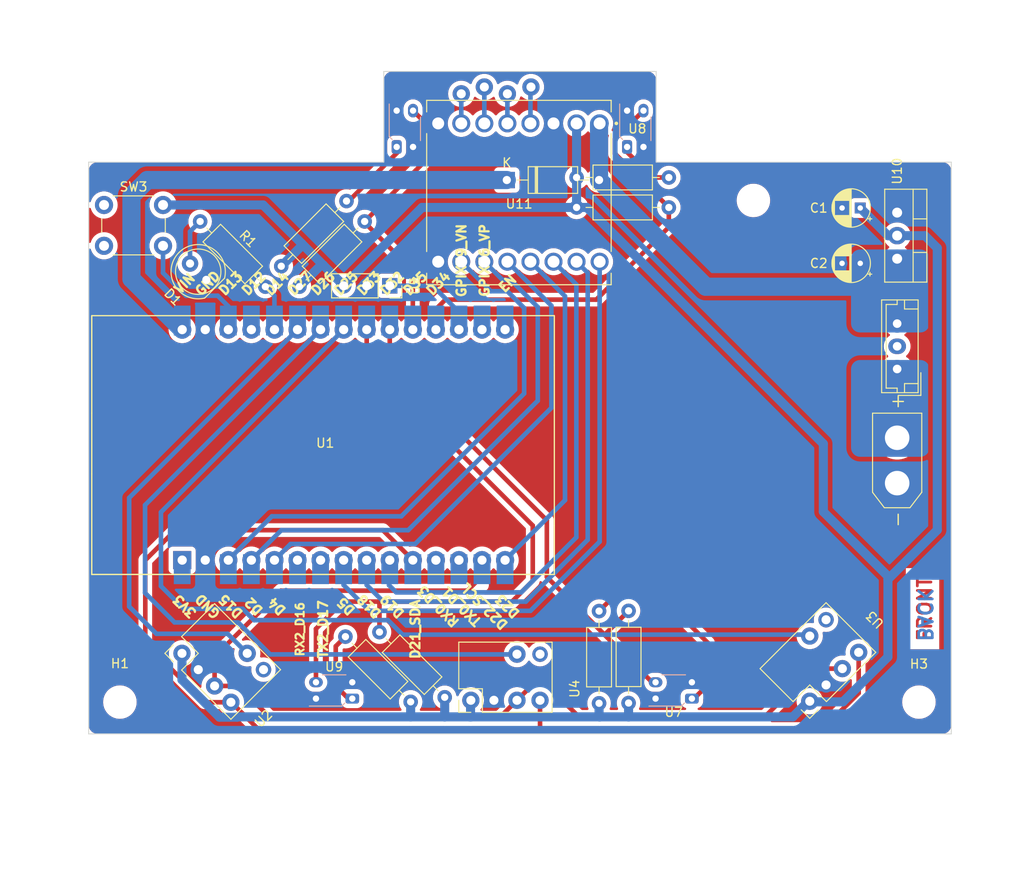
<source format=kicad_pcb>
(kicad_pcb (version 20221018) (generator pcbnew)
  (layers (0 "F.Cu" signal) (31 "B.Cu" signal) (34 "B.Paste" user) (35 "F.Paste" user) (36 "B.SilkS" user "B.Silkscreen") (37 "F.SilkS" user "F.Silkscreen") (38 "B.Mask" user) (39 "F.Mask" user) (44 "Edge.Cuts" user))
  (net 0 "")
  (net 1 "+3V3")
  (net 2 "GND")
  (net 3 "+12V")
  (net 4 "Net-(D1-A)")
  (net 5 "12V IN")
  (net 6 "Net-(D2-K)")
  (net 7 "QRE1113 A")
  (net 8 "Net-(U6-A)")
  (net 9 "QRE1113 B")
  (net 10 "Net-(U8-A)")
  (net 11 "QRE1113 C")
  (net 12 "Net-(U9-A)")
  (net 13 "QRE1113 D")
  (net 14 "IR MODULE")
  (net 15 "SDA")
  (net 16 "SCL")
  (net 17 "MOTOR 2 -")
  (net 18 "MOTOR 2 +")
  (net 19 "MOTOR 1 -")
  (net 20 "MOTOR 1 +")
  (net 21 "PWMA")
  (net 22 "AI2")
  (net 23 "AI1")
  (net 24 "STBY")
  (net 25 "BI1")
  (net 26 "BI2")
  (net 27 "PWMB")
  (net 28 "Net-(U7-A)")
  (net 32 "X-SHUT 1")
  (net 33 "X-SHUT 2")
  (net 34 "X-SHUT 3")
  (net 37 "TEST PROGRAM")
  (net 41 "LED SIGNALISATION")
  (footprint "Button_Switch_THT:SW_PUSH_6mm" (layer "F.Cu") (at 91.72 62.72)
    (fp_text reference "SW3" (at 3.25 -2) (layer "F.SilkS"))
    (fp_text value "SW_Push" hide)
    (pad "1" thru_hole circle (at 0 0 90) (size 2 2) (drill 1.1) (layers "*.Cu" "*.Mask") (net 1 "+3V3"))
    (pad "1" thru_hole circle (at 6.5 0 90) (size 2 2) (drill 1.1) (layers "*.Cu" "*.Mask") (net 1 "+3V3"))
    (pad "2" thru_hole circle (at 0 4.5 90) (size 2 2) (drill 1.1) (layers "*.Cu" "*.Mask") (net 37 "TEST PROGRAM"))
    (pad "2" thru_hole circle (at 6.5 4.5 90) (size 2 2) (drill 1.1) (layers "*.Cu" "*.Mask") (net 37 "TEST PROGRAM"))
  )
  (footprint "Package_TO_SOT_THT:TO-220-3_Vertical" (layer "F.Cu") (at 179.07 63.561 -90)
    (fp_text reference "U10" (at -4.572 0 90) (layer "F.SilkS"))
    (fp_text value "LD1117AV33")
    (pad "1" thru_hole rect (at 0 0 270) (size 1.905 2) (drill 1.1) (layers "*.Cu" "*.Mask") (net 2 "GND"))
    (pad "2" thru_hole oval (at 2.54 0 270) (size 1.905 2) (drill 1.1) (layers "*.Cu" "*.Mask") (net 1 "+3V3"))
    (pad "3" thru_hole oval (at 5.08 0 270) (size 1.905 2) (drill 1.1) (layers "*.Cu" "*.Mask") (net 3 "+12V"))
  )
  (footprint "MountingHole:MountingHole_3.2mm_M3" (layer "F.Cu") (at 181.47 117.5)
    (fp_text reference "H3" (at 0 -4.2) (layer "F.SilkS"))
    (fp_text value "MountingHole M3" hide)
    (pad "" np_thru_hole circle (at 0 0) (size 3.2 3.2) (drill 3.2) (layers "*.Cu" "*.Mask"))
  )
  (footprint "Resistor_THT:R_Axial_DIN0207_L6.3mm_D2.5mm_P10.16mm_Horizontal" (layer "F.Cu") (at 146.24 107.47 -90)
    (fp_text reference "R4" hide)
    (fp_text value "100")
    (pad "1" thru_hole circle (at 0 0 270) (size 1.6 1.6) (drill 0.8) (layers "*.Cu" "*.Mask") (net 28 "Net-(U7-A)"))
    (pad "2" thru_hole oval (at 10.16 0 270) (size 1.6 1.6) (drill 0.8) (layers "*.Cu" "*.Mask") (net 1 "+3V3"))
  )
  (footprint "Resistor_THT:R_Axial_DIN0207_L6.3mm_D2.5mm_P10.16mm_Horizontal" (layer "F.Cu") (at 102.305795 64.535795 -45)
    (fp_text reference "R1" (at 5.08 -2.37 135) (layer "F.SilkS"))
    (fp_text value "75")
    (pad "1" thru_hole circle (at 0 0 315) (size 1.6 1.6) (drill 0.8) (layers "*.Cu" "*.Mask") (net 4 "Net-(D1-A)"))
    (pad "2" thru_hole oval (at 10.16 0 315) (size 1.6 1.6) (drill 0.8) (layers "*.Cu" "*.Mask") (net 41 "LED SIGNALISATION"))
  )
  (footprint "sumec_library:GY-530 VL53L0X" (layer "F.Cu") (at 109.646676 119.672727 45)
    (fp_text reference "U2" (at 0 -0.5 45 unlocked) (layer "F.SilkS"))
    (fp_text value "VL53L0X")
    (pad "1" thru_hole circle (at -1.27 -11.94 45) (size 1.9 1.9) (drill 1) (layers "*.Cu" "*.Mask") (net 1 "+3V3"))
    (pad "2" thru_hole circle (at -1.27 -9.4 45) (size 1.7 1.7) (drill 1) (layers "*.Cu" "*.Mask") (net 2 "GND"))
    (pad "3" thru_hole circle (at -1.27 -6.86 45) (size 1.9 1.9) (drill 1) (layers "*.Cu" "*.Mask") (net 16 "SCL"))
    (pad "4" thru_hole circle (at -1.27 -4.32 45) (size 1.9 1.9) (drill 1) (layers "*.Cu" "*.Mask") (net 15 "SDA"))
    (pad "5" thru_hole circle (at 3.81 -4.32 45) (size 1.7 1.7) (drill 1) (layers "*.Cu" "*.Mask"))
    (pad "6" thru_hole circle (at 3.81 -6.86 45) (size 1.9 1.9) (drill 1) (layers "*.Cu" "*.Mask") (net 32 "X-SHUT 1"))
  )
  (footprint "Resistor_THT:R_Axial_DIN0207_L6.3mm_D2.5mm_P10.16mm_Horizontal" (layer "F.Cu") (at 149.49 117.602 90)
    (fp_text reference "R5" hide)
    (fp_text value "10k")
    (pad "1" thru_hole circle (at 0 0 90) (size 1.6 1.6) (drill 0.8) (layers "*.Cu" "*.Mask") (net 1 "+3V3"))
    (pad "2" thru_hole oval (at 10.16 0 90) (size 1.6 1.6) (drill 0.8) (layers "*.Cu" "*.Mask") (net 9 "QRE1113 B"))
  )
  (footprint "Diode_THT:D_A-405_P10.16mm_Horizontal" (layer "F.Cu") (at 136.08 59.97)
    (fp_text reference "D2" hide)
    (fp_text value "D_Schottky" hide)
    (fp_text user "K" (at 0 -1.9) (layer "F.SilkS"))
    (pad "1" thru_hole rect (at 0 0) (size 1.8 1.8) (drill 0.9) (layers "*.Cu" "*.Mask") (net 6 "Net-(D2-K)"))
    (pad "2" thru_hole oval (at 10.16 0) (size 1.8 1.8) (drill 0.9) (layers "*.Cu" "*.Mask") (net 3 "+12V"))
  )
  (footprint "Resistor_THT:R_Axial_DIN0207_L6.3mm_D2.5mm_P10.16mm_Horizontal" (layer "F.Cu") (at 113.24 71.72 45)
    (fp_text reference "R3" hide)
    (fp_text value "10k")
    (pad "1" thru_hole circle (at 0 0 45) (size 1.6 1.6) (drill 0.8) (layers "*.Cu" "*.Mask") (net 1 "+3V3"))
    (pad "2" thru_hole oval (at 10.16 0 45) (size 1.6 1.6) (drill 0.8) (layers "*.Cu" "*.Mask") (net 7 "QRE1113 A"))
  )
  (footprint "Capacitor_THT:CP_Radial_D4.0mm_P2.00mm" (layer "F.Cu") (at 175.006 69.149 180)
    (fp_text reference "C2" (at 4.572 0) (layer "F.SilkS"))
    (fp_text value "10uF")
    (pad "1" thru_hole rect (at 0 0 180) (size 1.2 1.2) (drill 0.6) (layers "*.Cu" "*.Mask") (net 3 "+12V"))
    (pad "2" thru_hole circle (at 2 0 180) (size 1.2 1.2) (drill 0.6) (layers "*.Cu" "*.Mask") (net 2 "GND"))
  )
  (footprint "MountingHole:MountingHole_3.2mm_M3" (layer "F.Cu") (at 163.24 62.22)
    (fp_text reference "H2" hide)
    (fp_text value "MountingHole M3" hide)
    (pad "" np_thru_hole circle (at 0 0) (size 3.2 3.2) (drill 3.2) (layers "*.Cu" "*.Mask"))
  )
  (footprint "Resistor_THT:R_Axial_DIN0207_L6.3mm_D2.5mm_P10.16mm_Horizontal" (layer "F.Cu") (at 143.764 62.992)
    (fp_text reference "R7" hide)
    (fp_text value "10k")
    (pad "1" thru_hole circle (at 0 0) (size 1.6 1.6) (drill 0.8) (layers "*.Cu" "*.Mask") (net 1 "+3V3"))
    (pad "2" thru_hole oval (at 10.16 0) (size 1.6 1.6) (drill 0.8) (layers "*.Cu" "*.Mask") (net 11 "QRE1113 C"))
  )
  (footprint "LED_THT:LED_D5.0mm" (layer "F.Cu") (at 102.99 70.97 135)
    (fp_text reference "D1" (at 1.27 -3.96 135) (layer "F.SilkS"))
    (fp_text value "RLED")
    (pad "1" thru_hole circle (at 0 0 135) (size 1.8 1.8) (drill 0.9) (layers "*.Cu" "*.Mask") (net 2 "GND"))
    (pad "2" thru_hole circle (at 2.54 0 135) (size 1.8 1.8) (drill 0.9) (layers "*.Cu" "*.Mask") (net 4 "Net-(D1-A)"))
  )
  (footprint "sumec_library:ROB-14450 - TB6612FNG (MOTOR DRIVER)" (layer "F.Cu") (at 137.414 61.35 -90)
    (fp_text reference "U11" (at 1.25 -0.03) (layer "F.SilkS"))
    (fp_text value "ROB-14450")
    (pad "1" thru_hole circle (at -7.62 -8.89 270) (size 1.98 1.98) (drill 1.32) (layers "*.Cu" "*.Mask") (net 3 "+12V"))
    (pad "2" thru_hole circle (at -7.62 -6.35 270) (size 1.98 1.98) (drill 1.32) (layers "*.Cu" "*.Mask") (net 1 "+3V3"))
    (pad "3" thru_hole circle (at -7.62 -3.81 270) (size 1.98 1.98) (drill 1.32) (layers "*.Cu" "*.Mask") (net 2 "GND"))
    (pad "4" thru_hole circle (at -7.62 -1.27 270) (size 1.98 1.98) (drill 1.32) (layers "*.Cu" "*.Mask") (net 20 "MOTOR 1 +"))
    (pad "5" thru_hole circle (at -7.62 1.27 270) (size 1.98 1.98) (drill 1.32) (layers "*.Cu" "*.Mask") (net 19 "MOTOR 1 -"))
    (pad "6" thru_hole circle (at -7.62 3.81 270) (size 1.98 1.98) (drill 1.32) (layers "*.Cu" "*.Mask") (net 18 "MOTOR 2 +"))
    (pad "7" thru_hole circle (at -7.62 6.35 270) (size 1.98 1.98) (drill 1.32) (layers "*.Cu" "*.Mask") (net 17 "MOTOR 2 -"))
    (pad "8" thru_hole circle (at -7.62 8.89 270) (size 1.98 1.98) (drill 1.32) (layers "*.Cu" "*.Mask") (net 2 "GND"))
    (pad "9" thru_hole circle (at 7.62 8.89 270) (size 1.98 1.98) (drill 1.32) (layers "*.Cu" "*.Mask") (net 2 "GND"))
    (pad "10" thru_hole circle (at 7.62 6.35 270) (size 1.98 1.98) (drill 1.32) (layers "*.Cu" "*.Mask") (net 27 "PWMB"))
    (pad "11" thru_hole circle (at 7.62 3.81 270) (size 1.98 1.98) (drill 1.32) (layers "*.Cu" "*.Mask") (net 26 "BI2"))
    (pad "12" thru_hole circle (at 7.62 1.27 270) (size 1.98 1.98) (drill 1.32) (layers "*.Cu" "*.Mask") (net 25 "BI1"))
    (pad "13" thru_hole circle (at 7.62 -1.27 270) (size 1.98 1.98) (drill 1.32) (layers "*.Cu" "*.Mask") (net 24 "STBY"))
    (pad "14" thru_hole circle (at 7.62 -3.81 270) (size 1.98 1.98) (drill 1.32) (layers "*.Cu" "*.Mask") (net 23 "AI1"))
    (pad "15" thru_hole circle (at 7.62 -6.35 270) (size 1.98 1.98) (drill 1.32) (layers "*.Cu" "*.Mask") (net 22 "AI2"))
    (pad "16" thru_hole circle (at 7.62 -8.89 270) (size 1.98 1.98) (drill 1.32) (layers "*.Cu" "*.Mask") (net 21 "PWMA"))
  )
  (footprint "Resistor_THT:R_Axial_DIN0207_L6.3mm_D2.5mm_P10.16mm_Horizontal" (layer "F.Cu") (at 118.305795 110.285795 -45)
    (fp_text reference "R8" hide)
    (fp_text value "100")
    (pad "1" thru_hole circle (at 0 0 315) (size 1.6 1.6) (drill 0.8) (layers "*.Cu" "*.Mask") (net 12 "Net-(U9-A)"))
    (pad "2" thru_hole oval (at 10.16 0 315) (size 1.6 1.6) (drill 0.8) (layers "*.Cu" "*.Mask") (net 1 "+3V3"))
  )
  (footprint "Capacitor_THT:CP_Radial_D4.0mm_P2.00mm" (layer "F.Cu") (at 175.006 63.053 180)
    (fp_text reference "C1" (at 4.572 0) (layer "F.SilkS"))
    (fp_text value "10uF")
    (pad "1" thru_hole rect (at 0 0 180) (size 1.2 1.2) (drill 0.6) (layers "*.Cu" "*.Mask") (net 1 "+3V3"))
    (pad "2" thru_hole circle (at 2 0 180) (size 1.2 1.2) (drill 0.6) (layers "*.Cu" "*.Mask") (net 2 "GND"))
  )
  (footprint "Resistor_THT:R_Axial_DIN0207_L6.3mm_D2.5mm_P10.16mm_Horizontal" (layer "F.Cu") (at 118.424205 62.285795 -135)
    (fp_text reference "R2" hide)
    (fp_text value "100")
    (pad "1" thru_hole circle (at 0 0 225) (size 1.6 1.6) (drill 0.8) (layers "*.Cu" "*.Mask") (net 8 "Net-(U6-A)"))
    (pad "2" thru_hole oval (at 10.16 0 225) (size 1.6 1.6) (drill 0.8) (layers "*.Cu" "*.Mask") (net 1 "+3V3"))
  )
  (footprint "Connector_JST:JST_EH_B3B-EH-A_1x03_P2.50mm_Vertical" (layer "F.Cu") (at 179.07 80.793 90)
    (fp_text reference "SW1" hide)
    (fp_text value "SW_SPDT" hide)
    (pad "1" thru_hole roundrect (at 0 0 90) (size 1.7 1.95) (drill 0.95) (layers "*.Cu" "*.Mask") (roundrect_rratio 0.147059) (net 5 "12V IN"))
    (pad "2" thru_hole oval (at 2.5 0 90) (size 1.7 1.95) (drill 0.95) (layers "*.Cu" "*.Mask"))
    (pad "3" thru_hole oval (at 5 0 90) (size 1.7 1.95) (drill 0.95) (layers "*.Cu" "*.Mask") (net 3 "+12V"))
  )
  (footprint "Connector_PinSocket_2.54mm:PinSocket_1x03_P2.54mm_Vertical" (layer "F.Cu") (at 123.19 71.628 -90)
    (fp_text reference "U5" (at 0 -2.77 90) (layer "F.SilkS"))
    (fp_text value "TSOP382xx")
    (pad "1" thru_hole rect (at 0 0 270) (size 1.7 1.7) (drill 1) (layers "*.Cu" "*.Mask") (net 14 "IR MODULE"))
    (pad "2" thru_hole oval (at 0 2.54 270) (size 1.7 1.7) (drill 1) (layers "*.Cu" "*.Mask") (net 2 "GND"))
    (pad "3" thru_hole oval (at 0 5.08 270) (size 1.7 1.7) (drill 1) (layers "*.Cu" "*.Mask") (net 1 "+3V3"))
  )
  (footprint "sumec_library:GY-530 VL53L0X" (layer "F.Cu") (at 144.06 116.03 90)
    (fp_text reference "U4" (at 0 -0.5 90 unlocked) (layer "F.SilkS"))
    (fp_text value "VL53L0X")
    (pad "1" thru_hole circle (at -1.27 -11.94 90) (size 1.9 1.9) (drill 1) (layers "*.Cu" "*.Mask") (net 1 "+3V3"))
    (pad "2" thru_hole circle (at -1.27 -9.4 90) (size 1.7 1.7) (drill 1) (layers "*.Cu" "*.Mask") (net 2 "GND"))
    (pad "3" thru_hole circle (at -1.27 -6.86 90) (size 1.9 1.9) (drill 1) (layers "*.Cu" "*.Mask") (net 16 "SCL"))
    (pad "4" thru_hole circle (at -1.27 -4.32 90) (size 1.9 1.9) (drill 1) (layers "*.Cu" "*.Mask") (net 15 "SDA"))
    (pad "5" thru_hole circle (at 3.81 -4.32 90) (size 1.7 1.7) (drill 1) (layers "*.Cu" "*.Mask"))
    (pad "6" thru_hole circle (at 3.81 -6.86 90) (size 1.9 1.9) (drill 1) (layers "*.Cu" "*.Mask") (net 34 "X-SHUT 3"))
  )
  (footprint "sumec_library:MODULE_ESP32_DEVKIT_V1 B_Cu - PADS and no mount holes" (layer "F.Cu") (at 115.845 89.154 90)
    (fp_text reference "U1" (at 0.2 0.235 180) (layer "F.SilkS"))
    (fp_text value "ESP32-DEVKIT-V1" hide)
    (fp_text user "D25" (at 17.78 2.54 45 unlocked) (layer "F.SilkS") (effects (font (thickness 0.25) bold)))
    (fp_text user "VIN" (at 17.78 -15.24 45 unlocked) (layer "F.SilkS") (effects (font (thickness 0.25) bold)))
    (fp_text user "D19" (at -17.78 7.62 135 unlocked) (layer "F.SilkS") (effects (font (thickness 0.25) bold)))
    (fp_text user "3V3" (at -17.78 -15.24 135 unlocked) (layer "F.SilkS") (effects (font (thickness 0.25) bold)))
    (fp_text user "D34" (at 17.78 12.7 45 unlocked) (layer "F.SilkS") (effects (font (thickness 0.25) bold)))
    (fp_text user "D12" (at 17.78 -7.62 45 unlocked) (layer "F.SilkS") (effects (font (thickness 0.25) bold)))
    (fp_text user "D23" (at -17.78 20.32 135 unlocked) (layer "F.SilkS") (effects (font (thickness 0.25) bold)))
    (fp_text user "GPIX39_VN" (at 20.32 15.24 90 unlocked) (layer "F.SilkS") (effects (font (thickness 0.25) bold)))
    (fp_text user "GPIX36_VP" (at 20.32 17.78 90 unlocked) (layer "F.SilkS") (effects (font (thickness 0.25) bold)))
    (fp_text user "D27" (at 17.78 -2.54 45 unlocked) (layer "F.SilkS") (effects (font (thickness 0.25) bold)))
    (fp_text user "GND" (at -17.78 -12.7 135 unlocked) (layer "F.SilkS") (effects (font (thickness 0.25) bold)))
    (fp_text user "RX2_D16" (at -20.32 -2.54 90 unlocked) (layer "F.SilkS") (effects (font (size 0.9 0.9) (thickness 0.225) bold)))
    (fp_text user "D2" (at -17.78 -7.62 135 unlocked) (layer "F.SilkS") (effects (font (thickness 0.25) bold)))
    (fp_text user "D5" (at -17.78 2.54 135 unlocked) (layer "F.SilkS") (effects (font (thickness 0.25) bold)))
    (fp_text user "RX0_D3" (at -17.78 12.7 135 unlocked) (layer "F.SilkS") (effects (font (thickness 0.25) bold)))
    (fp_text user "D21_SDA" (at -20.32 10.16 90 unlocked) (layer "F.SilkS") (effects (font (thickness 0.25) bold)))
    (fp_text user "D22_SCL" (at -17.78 17.78 135 unlocked) (layer "F.SilkS") (effects (font (thickness 0.25) bold)))
    (fp_text user "D13" (at 17.78 -10.16 45 unlocked) (layer "F.SilkS") (effects (font (thickness 0.25) bold)))
    (fp_text user "D35" (at 17.78 10.16 45 unlocked) (layer "F.SilkS") (effects (font (thickness 0.25) bold)))
    (fp_text user "D14" (at 17.78 -5.08 45 unlocked) (layer "F.SilkS") (effects (font (thickness 0.25) bold)))
    (fp_text user "D26" (at 17.78 0 45 unlocked) (layer "F.SilkS") (effects (font (thickness 0.25) bold)))
    (fp_text user "TX0_D1" (at -17.78 15.24 135 unlocked) (layer "F.SilkS") (effects (font (thickness 0.25) bold)))
    (fp_text user "D15" (at -17.78 -10.16 135 unlocked) (layer "F.SilkS") (effects (font (thickness 0.25) bold)))
    (fp_text user "GND" (at 17.78 -12.7 45 unlocked) (layer "F.SilkS") (effects (font (thickness 0.25) bold)))
    (fp_text user "D4" (at -17.78 -5.08 135 unlocked) (layer "F.SilkS") (effects (font (thickness 0.25) bold)))
    (fp_text user "EN" (at 17.78 20.32 45 unlocked) (layer "F.SilkS") (effects (font (thickness 0.25) bold)))
    (fp_text user "D18" (at -17.78 5.08 135 unlocked) (layer "F.SilkS") (effects (font (thickness 0.25) bold)))
    (fp_text user "TX2_D17" (at -20.32 0 90 unlocked) (layer "F.SilkS") (effects (font (thickness 0.25) bold)))
    (fp_text user "D32" (at 17.78 7.62 45 unlocked) (layer "F.SilkS") (effects (font (thickness 0.25) bold)))
    (fp_text user "D33" (at 17.78 5.08 45 unlocked) (layer "F.SilkS") (effects (font (thickness 0.25) bold)))
    (pad "1" smd rect (at -13.7 -15.515 90) (size 3.29 1.85) (layers "B.Cu" "F.Mask"))
    (pad "1" thru_hole rect (at -12.7 -15.515 90) (size 2 2) (drill 1.02) (layers "*.Cu" "*.Mask"))
    (pad "2" smd rect (at -13.7 -12.975 90) (size 3.29 1.85) (layers "B.Cu" "F.Mask") (net 2 "GND"))
    (pad "2" thru_hole circle (at -12.7 -12.975 90) (size 2 2) (drill 1.02) (layers "*.Cu" "*.Mask") (net 2 "GND"))
    (pad "3" smd rect (at -13.7 -10.435 90) (size 3.29 1.85) (layers "B.Cu" "F.Mask") (net 27 "PWMB"))
    (pad "3" thru_hole circle (at -12.7 -10.435 90) (size 2 2) (drill 1.02) (layers "*.Cu" "*.Mask") (net 27 "PWMB"))
    (pad "4" smd rect (at -13.7 -7.895 90) (size 3.29 1.85) (layers "B.Cu" "F.Mask") (net 26 "BI2"))
    (pad "4" thru_hole circle (at -12.7 -7.895 90) (size 2 2) (drill 1.02) (layers "*.Cu" "*.Mask") (net 26 "BI2"))
    (pad "5" smd rect (at -13.7 -5.355 90) (size 3.29 1.85) (layers "B.Cu" "F.Mask") (net 25 "BI1"))
    (pad "5" thru_hole circle (at -12.7 -5.355 90) (size 2 2) (drill 1.02) (layers "*.Cu" "*.Mask") (net 25 "BI1"))
    (pad "6" smd rect (at -13.7 -2.815 90) (size 3.29 1.85) (layers "B.Cu" "F.Mask"))
    (pad "6" thru_hole circle (at -12.7 -2.815 90) (size 2 2) (drill 1.02) (layers "*.Cu" "*.Mask"))
    (pad "7" smd rect (at -13.7 -0.275 90) (size 3.29 1.85) (layers "B.Cu" "F.Mask"))
    (pad "7" thru_hole circle (at -12.7 -0.275 90) (size 2 2) (drill 1.02) (layers "*.Cu" "*.Mask"))
    (pad "8" smd rect (at -13.7 2.265 90) (size 3.29 1.85) (layers "B.Cu" "F.Mask") (net 21 "PWMA"))
    (pad "8" thru_hole circle (at -12.7 2.265 90) (size 2 2) (drill 1.02) (layers "*.Cu" "*.Mask") (net 21 "PWMA"))
    (pad "9" smd rect (at -13.7 4.805 90) (size 3.29 1.85) (layers "B.Cu" "F.Mask") (net 22 "AI2"))
    (pad "9" thru_hole circle (at -12.7 4.805 90) (size 2 2) (drill 1.02) (layers "*.Cu" "*.Mask") (net 22 "AI2"))
    (pad "10" smd rect (at -13.7 7.345 90) (size 3.29 1.85) (layers "B.Cu" "F.Mask") (net 23 "AI1"))
    (pad "10" thru_hole circle (at -12.7 7.345 90) (size 2 2) (drill 1.02) (layers "*.Cu" "*.Mask") (net 23 "AI1"))
    (pad "11" smd rect (at -13.7 9.885 90) (size 3.29 1.85) (layers "B.Cu" "F.Mask") (net 15 "SDA"))
    (pad "11" thru_hole circle (at -12.7 9.885 90) (size 2 2) (drill 1) (layers "*.Cu" "*.Mask") (net 15 "SDA"))
    (pad "12" smd rect (at -13.7 12.425 90) (size 3.29 1.85) (layers "B.Cu" "F.Mask"))
    (pad "12" thru_hole circle (at -12.7 12.425 90) (size 2 2) (drill 1.02) (layers "*.Cu" "*.Mask"))
    (pad "13" smd rect (at -13.7 14.965 90) (size 3.29 1.85) (layers "B.Cu" "F.Mask"))
    (pad "13" thru_hole circle (at -12.7 14.965 90) (size 2 2) (drill 1.02) (layers "*.Cu" "*.Mask"))
    (pad "14" smd rect (at -13.7 17.505 90) (size 3.29 1.85) (layers "B.Cu" "F.Mask") (net 16 "SCL"))
    (pad "14" thru_hole circle (at -12.7 17.505 90) (size 2 2) (drill 1) (layers "*.Cu" "*.Mask") (net 16 "SCL"))
    (pad "15" smd rect (at -13.7 20.045 90) (size 3.29 1.85) (layers "B.Cu" "F.Mask") (net 24 "STBY"))
    (pad "15" thru_hole circle (at -12.7 20.045 90) (size 2 2) (drill 1.02) (layers "*.Cu" "*.Mask") (net 24 "STBY"))
    (pad "16" thru_hole circle (at 12.7 20.045 90) (size 2 2) (drill 1.02) (layers "*.Cu" "*.Mask"))
    (pad "16" smd rect (at 13.7 20.045 90) (size 3.29 1.85) (layers "B.Cu" "F.Mask"))
    (pad "17" thru_hole circle (at 12.7 17.505 90) (size 2 2) (drill 1.02) (layers "*.Cu" "*.Mask"))
    (pad "17" smd rect (at 13.7 17.505 90) (size 3.29 1.85) (layers "B.Cu" "F.Mask"))
    (pad "18" thru_hole circle (at 12.7 14.965 90) (size 2 2) (drill 1.02) (layers "*.Cu" "*.Mask") (net 14 "IR MODULE"))
    (pad "18" smd rect (at 13.7 14.965 90) (size 3.29 1.85) (layers "B.Cu" "F.Mask") (net 14 "IR MODULE"))
    (pad "19" thru_hole circle (at 12.7 12.425 90) (size 2 2) (drill 1) (layers "*.Cu" "*.Mask") (net 11 "QRE1113 C"))
    (pad "19" smd rect (at 13.7 12.425 90) (size 3.29 1.85) (layers "B.Cu" "F.Mask") (net 11 "QRE1113 C"))
    (pad "20" thru_hole circle (at 12.7 9.885 90) (size 2 2) (drill 1) (layers "*.Cu" "*.Mask") (net 7 "QRE1113 A"))
    (pad "20" smd rect (at 13.7 9.885 90) (size 3.29 1.85) (layers "B.Cu" "F.Mask") (net 7 "QRE1113 A"))
    (pad "21" thru_hole circle (at 12.7 7.345 90) (size 2 2) (drill 1) (layers "*.Cu" "*.Mask") (net 9 "QRE1113 B"))
    (pad "21" smd rect (at 13.7 7.345 90) (size 3.29 1.85) (layers "B.Cu" "F.Mask") (net 9 "QRE1113 B"))
    (pad "22" thru_hole circle (at 12.7 4.805 90) (size 2 2) (drill 1) (layers "*.Cu" "*.Mask") (net 13 "QRE1113 D"))
    (pad "22" smd rect (at 13.7 4.805 90) (size 3.29 1.85) (layers "B.Cu" "F.Mask") (net 13 "QRE1113 D"))
    (pad "23" thru_hole circle (at 12.7 2.265 90) (size 2 2) (drill 1.02) (layers "*.Cu" "*.Mask") (net 33 "X-SHUT 2"))
    (pad "23" smd rect (at 13.7 2.265 90) (size 3.29 1.85) (layers "B.Cu" "F.Mask") (net 33 "X-SHUT 2"))
    (pad "24" thru_hole circle (at 12.7 -0.275 90) (size 2 2) (drill 1.02) (layers "*.Cu" "*.Mask") (net 34 "X-SHUT 3"))
    (pad "24" smd rect (at 13.7 -0.275 90) (size 3.29 1.85) (layers "B.Cu" "F.Mask") (net 34 "X-SHUT 3"))
    (pad "25" thru_hole circle (at 12.7 -2.815 90) (size 2 2) (drill 1.02) (layers "*.Cu" "*.Mask") (net 32 "X-SHUT 1"))
    (pad "25" smd rect (at 13.7 -2.815 90) (size 3.29 1.85) (layers "B.Cu" "F.Mask") (net 32 "X-SHUT 1"))
    (pad "26" thru_hole circle (at 12.7 -5.355 90) (size 2 2) (drill 1.02) (layers "*.Cu" "*.Mask") (net 41 "LED SIGNALISATION"))
    (pad "26" smd rect (at 13.7 -5.355 90) (size 3.29 1.85) (layers "B.Cu" "F.Mask") (net 41 "LED SIGNALISATION"))
    (pad "27" thru_hole circle (at 12.7 -7.895 90) (size 2 2) (drill 1.02) (layers "*.Cu" "*.Mask"))
    (pad "27" smd rect (at 13.7 -7.895 90) (size 3.29 1.85) (layers "B.Cu" "F.Mask"))
    (pad "28" thru_hole circle (at 12.7 -10.435 90) (size 2 2) (drill 1.02) (layers "*.Cu" "*.Mask") (net 37 "TEST PROGRAM"))
    (pad "28" smd rect (at 13.7 -10.435 90) (size 3.29 1.85) (layers "B.Cu" "F.Mask") (net 37 "TEST PROGRAM"))
    (pad "29" thru_hole circle (at 12.7 -12.975 90) (size 2 2) (drill 1.02) (layers "*.Cu" "*.Mask") (net 2 "GND"))
    (pad "29" smd rect (at 13.7 -12.975 90) (size 3.29 1.85) (layers "B.Cu" "F.Mask") (net 2 "GND"))
    (pad "30" thru_hole circle (at 12.7 -15.515 90) (size 2 2) (drill 1.02) (layers "*.Cu" "*.Mask") (net 6 "Net-(D2-K)"))
    (pad "30" smd rect (at 13.7 -15.515 90) (size 3.29 1.85) (layers "B.Cu" "F.Mask") (net 6 "Net-(D2-K)"))
  )
  (footprint "MountingHole:MountingHole_3.2mm_M3" (layer "F.Cu") (at 93.47 117.5)
    (fp_text reference "H1" (at 0 -4.25) (layer "F.SilkS"))
    (fp_text value "MountingHole M3" hide)
    (pad "" np_thru_hole circle (at 0 0) (size 3.2 3.2) (drill 3.2) (layers "*.Cu" "*.Mask"))
  )
  (footprint "sumec_library:GY-530 VL53L0X" (layer "F.Cu") (at 176.988778 108.063324 135)
    (fp_text reference "U3" (at 0 -0.5 135 unlocked) (layer "F.SilkS"))
    (fp_text value "VL53L0X")
    (pad "1" thru_hole circle (at -1.27 -11.94 135) (size 1.9 1.9) (drill 1) (layers "*.Cu" "*.Mask") (net 1 "+3V3"))
    (pad "2" thru_hole circle (at -1.27 -9.4 135) (size 1.7 1.7) (drill 1) (layers "*.Cu" "*.Mask") (net 2 "GND"))
    (pad "3" thru_hole circle (at -1.27 -6.86 135) (size 1.9 1.9) (drill 1) (layers "*.Cu" "*.Mask") (net 16 "SCL"))
    (pad "4" thru_hole circle (at -1.27 -4.32 135) (size 1.9 1.9) (drill 1) (layers "*.Cu" "*.Mask") (net 15 "SDA"))
    (pad "5" thru_hole circle (at 3.81 -4.32 135) (size 1.7 1.7) (drill 1) (layers "*.Cu" "*.Mask"))
    (pad "6" thru_hole circle (at 3.81 -6.86 135) (size 1.9 1.9) (drill 1) (layers "*.Cu" "*.Mask") (net 33 "X-SHUT 2"))
  )
  (footprint "Resistor_THT:R_Axial_DIN0207_L6.3mm_D2.5mm_P10.16mm_Horizontal" (layer "F.Cu") (at 153.924 59.69 180)
    (fp_text reference "R6" hide)
    (fp_text value "100")
    (pad "1" thru_hole circle (at 0 0 180) (size 1.6 1.6) (drill 0.8) (layers "*.Cu" "*.Mask") (net 10 "Net-(U8-A)"))
    (pad "2" thru_hole oval (at 10.16 0 180) (size 1.6 1.6) (drill 0.8) (layers "*.Cu" "*.Mask") (net 1 "+3V3"))
  )
  (footprint "sumec_library:AMASS_XT30U-M_1x02_P5.0mm_Vertical" (layer "F.Cu") (at 179.07 93.371 90)
    (fp_text reference "IC1" hide)
    (fp_text value "XT30U-F")
    (fp_text user "+" (at 9 0 90) (layer "F.SilkS") (effects (font (size 1.5 1.5))))
    (fp_text user "-" (at -4 0 90) (layer "F.SilkS") (effects (font (size 1.5 1.5))))
    (pad "1" thru_hole rect (at 0 0 90) (size 3.8 3.8) (drill 2.7) (layers "*.Cu" "*.Mask") (net 2 "GND"))
    (pad "2" thru_hole circle (at 5 0 90) (size 3.8 3.8) (drill 2.7) (layers "*.Cu" "*.Mask") (net 5 "12V IN"))
  )
  (footprint "Resistor_THT:R_Axial_DIN0207_L6.3mm_D2.5mm_P10.16mm_Horizontal" (layer "F.Cu") (at 129.24 116.97 135)
    (fp_text reference "R9" hide)
    (fp_text value "10k")
    (pad "1" thru_hole circle (at 0 0 135) (size 1.6 1.6) (drill 0.8) (layers "*.Cu" "*.Mask") (net 1 "+3V3"))
    (pad "2" thru_hole circle (at 10.16 0 135) (size 1.6 1.6) (drill 0.8) (layers "*.Cu" "*.Mask") (net 13 "QRE1113 D"))
  )
  (footprint "sumec_library:OnSemi_CASE100AQ - QRE1113" (layer "B.Cu") (at 156.464 117.116 90)
    (fp_text reference "U7" (at -1.5 -2) (layer "F.SilkS"))
    (fp_text value "QRE1113" hide)
    (pad "1" thru_hole roundrect (at 0 0 90) (size 1.1 1.5) (drill 0.7) (layers "*.Cu" "*.Mask") (net 28 "Net-(U7-A)"))
    (pad "2" thru_hole oval (at 0 -4 90) (size 1.1 1.5) (drill 0.7) (layers "*.Cu" "*.Mask") (net 2 "GND"))
    (pad "3" thru_hole oval (at 1.8 -4 90) (size 1.1 1.5) (drill 0.7) (layers "*.Cu" "*.Mask") (net 9 "QRE1113 B"))
    (pad "4" thru_hole oval (at 1.8 0 90) (size 1.1 1.5) (drill 0.7) (layers "*.Cu" "*.Mask") (net 2 "GND"))
  )
  (footprint "sumec_library:OnSemi_CASE100AQ - QRE1113" (layer "B.Cu") (at 123.952 56.324)
    (fp_text reference "U6" hide)
    (fp_text value "QRE1113" hide)
    (pad "1" thru_hole roundrect (at 0 0) (size 1.1 1.5) (drill 0.7) (layers "*.Cu" "*.Mask") (net 8 "Net-(U6-A)"))
    (pad "2" thru_hole oval (at 0 -4) (size 1.1 1.5) (drill 0.7) (layers "*.Cu" "*.Mask") (net 2 "GND"))
    (pad "3" thru_hole oval (at 1.8 -4) (size 1.1 1.5) (drill 0.7) (layers "*.Cu" "*.Mask") (net 7 "QRE1113 A"))
    (pad "4" thru_hole oval (at 1.8 0) (size 1.1 1.5) (drill 0.7) (layers "*.Cu" "*.Mask") (net 2 "GND"))
  )
  (footprint "sumec_library:OnSemi_CASE100AQ - QRE1113" (layer "B.Cu") (at 119.062 117.116 90)
    (fp_text reference "U9" (at 3.5 -2 -180) (layer "F.SilkS"))
    (fp_text value "QRE1113" hide)
    (pad "1" thru_hole roundrect (at 0 0 90) (size 1.1 1.5) (drill 0.7) (layers "*.Cu" "*.Mask") (net 12 "Net-(U9-A)"))
    (pad "2" thru_hole oval (at 0 -4 90) (size 1.1 1.5) (drill 0.7) (layers "*.Cu" "*.Mask") (net 2 "GND"))
    (pad "3" thru_hole oval (at 1.8 -4 90) (size 1.1 1.5) (drill 0.7) (layers "*.Cu" "*.Mask") (net 13 "QRE1113 D"))
    (pad "4" thru_hole oval (at 1.8 0 90) (size 1.1 1.5) (drill 0.7) (layers "*.Cu" "*.Mask") (net 2 "GND"))
  )
  (footprint "sumec_library:OnSemi_CASE100AQ - QRE1113" (layer "B.Cu") (at 149.33 56.324)
    (fp_text reference "U8" (at 1.12 -2) (layer "F.SilkS"))
    (fp_text value "QRE1113" hide)
    (pad "1" thru_hole roundrect (at 0 0) (size 1.1 1.5) (drill 0.7) (layers "*.Cu" "*.Mask") (net 10 "Net-(U8-A)"))
    (pad "2" thru_hole oval (at 0 -4) (size 1.1 1.5) (drill 0.7) (layers "*.Cu" "*.Mask") (net 2 "GND"))
    (pad "3" thru_hole oval (at 1.8 -4) (size 1.1 1.5) (drill 0.7) (layers "*.Cu" "*.Mask") (net 11 "QRE1113 C"))
    (pad "4" thru_hole oval (at 1.8 0) (size 1.1 1.5) (drill 0.7) (layers "*.Cu" "*.Mask") (net 2 "GND"))
  )
  (gr_line (start 137.53 48) (end 152.53 48) (stroke (width 0.1)) (layer "Edge.Cuts"))
  (gr_line (start 90.03 121) (end 90.03 58) (stroke (width 0.1)) (layer "Edge.Cuts"))
  (gr_line (start 90.03 121) (end 185.03 121) (stroke (width 0.1)) (layer "Edge.Cuts"))
  (gr_line (start 185.03 121) (end 185.03 58) (stroke (width 0.1)) (layer "Edge.Cuts"))
  (gr_line (start 152.53 58) (end 185.03 58) (stroke (width 0.1)) (layer "Edge.Cuts"))
  (gr_line (start 152.53 48) (end 152.53 58) (stroke (width 0.1)) (layer "Edge.Cuts"))
  (gr_line (start 122.53 48) (end 122.53 58) (stroke (width 0.1)) (layer "Edge.Cuts"))
  (gr_line (start 122.53 58) (end 90.03 58) (stroke (width 0.1)) (layer "Edge.Cuts"))
  (gr_line (start 137.53 48) (end 122.53 48) (stroke (width 0.1)) (layer "Edge.Cuts"))
  (gr_text "FRONT" (at 182.99 110.97 90) (layer "F.Cu") (effects (font (size 1.5 1.5) (thickness 0.3) bold) (justify left bottom)))
  (gr_text "BACK" (at 181.24 110.97 -90) (layer "B.Cu") (effects (font (size 1.5 1.5) (thickness 0.3) bold) (justify left bottom mirror)))
  (segment (start 109.24 62.72) (end 98.22 62.72) (width 1) (layer "B.Cu") (net 1))
  (segment (start 125.49 117.47) (end 125.49 119.126) (width 1) (layer "B.Cu") (net 1))
  (segment (start 143.764 59.69) (end 143.764 62.992) (width 1) (layer "B.Cu") (net 1))
  (segment (start 126.746 62.992) (end 118.11 71.628) (width 1) (layer "B.Cu") (net 1))
  (segment (start 144.89537 62.992) (end 170.942 89.03863) (width 1) (layer "B.Cu") (net 1))
  (segment (start 183.49 67.47) (end 183.49 98.534) (width 1) (layer "B.Cu") (net 1))
  (segment (start 167.584001 119.126) (end 149.49 119.126) (width 1) (layer "B.Cu") (net 1))
  (segment (start 104.434051 119.166051) (end 100.305795 115.037795) (width 1) (layer "B.Cu") (net 1))
  (segment (start 129.24 119.126) (end 106.417453 119.126) (width 1) (layer "B.Cu") (net 1))
  (segment (start 113.49 67.22) (end 113.49 66.97) (width 1) (layer "B.Cu") (net 1))
  (segment (start 178.054 103.632) (end 178.054 103.97) (width 1) (layer "B.Cu") (net 1))
  (segment (start 179.07 66.101) (end 182.121 66.101) (width 1) (layer "B.Cu") (net 1))
  (segment (start 143.764 59.69) (end 143.764 53.73) (width 1) (layer "B.Cu") (net 1))
  (segment (start 111.24 69.47) (end 113.49 67.22) (width 1) (layer "B.Cu") (net 1))
  (segment (start 118.11 71.59) (end 115.865 69.345) (width 1) (layer "B.Cu") (net 1))
  (segment (start 146.304 119.126) (end 132.156 119.126) (width 1) (layer "B.Cu") (net 1))
  (segment (start 169.240001 117.47) (end 167.584001 119.126) (width 1) (layer "B.Cu") (net 1))
  (segment (start 183.49 98.534) (end 178.054 103.97) (width 1) (layer "B.Cu") (net 1))
  (segment (start 178.054 103.97) (end 178.054 112.522) (width 1) (layer "B.Cu") (net 1))
  (segment (start 178.054 66.101) (end 175.006 63.053) (width 1) (layer "B.Cu") (net 1))
  (segment (start 115.865 69.345) (end 113.49 66.97) (width 1) (layer "B.Cu") (net 1))
  (segment (start 100.305795 115.037795) (end 100.305795 112.127898) (width 1) (layer "B.Cu") (net 1))
  (segment (start 178.054 112.522) (end 173.106 117.47) (width 1) (layer "B.Cu") (net 1))
  (segment (start 113.24 71.72) (end 115.615 69.345) (width 1) (layer "B.Cu") (net 1))
  (segment (start 170.942 96.52) (end 178.054 103.632) (width 1) (layer "B.Cu") (net 1))
  (segment (start 106.417453 119.126) (end 106.377402 119.166051) (width 1) (layer "B.Cu") (net 1))
  (segment (start 143.764 62.992) (end 144.89537 62.992) (width 1) (layer "B.Cu") (net 1))
  (segment (start 182.121 66.101) (end 183.49 67.47) (width 1) (layer "B.Cu") (net 1))
  (segment (start 113.49 66.97) (end 109.24 62.72) (width 1) (layer "B.Cu") (net 1))
  (segment (start 132.004 119.126) (end 129.24 119.126) (width 1) (layer "B.Cu") (net 1))
  (segment (start 131.064 62.992) (end 143.764 62.992) (width 1) (layer "B.Cu") (net 1))
  (segment (start 131.064 62.992) (end 126.746 62.992) (width 1) (layer "B.Cu") (net 1))
  (segment (start 149.49 119.126) (end 146.304 119.126) (width 1) (layer "B.Cu") (net 1))
  (segment (start 132.0875 119.0425) (end 132.08 119.05) (width 1) (layer "B.Cu") (net 1))
  (segment (start 118.11 71.628) (end 118.11 71.59) (width 1) (layer "B.Cu") (net 1))
  (segment (start 132.156 119.126) (end 132.08 119.05) (width 1) (layer "B.Cu") (net 1))
  (segment (start 173.106 117.47) (end 169.240001 117.47) (width 1) (layer "B.Cu") (net 1))
  (segment (start 132.0875 117.325) (end 132.0875 119.0425) (width 1) (layer "B.Cu") (net 1))
  (segment (start 106.377402 119.166051) (end 104.434051 119.166051) (width 1) (layer "B.Cu") (net 1))
  (segment (start 115.615 69.345) (end 115.865 69.345) (width 1) (layer "B.Cu") (net 1))
  (segment (start 132.08 119.05) (end 132.004 119.126) (width 1) (layer "B.Cu") (net 1))
  (segment (start 129.24 116.97) (end 129.24 119.126) (width 1) (layer "B.Cu") (net 1))
  (segment (start 170.942 89.03863) (end 170.942 96.52) (width 1) (layer "B.Cu") (net 1))
  (segment (start 146.24 117.63) (end 146.24 119.062) (width 1) (layer "B.Cu") (net 1))
  (segment (start 179.07 66.101) (end 178.054 66.101) (width 1) (layer "B.Cu") (net 1))
  (segment (start 149.49 117.602) (end 149.49 119.126) (width 1) (layer "B.Cu") (net 1))
  (segment (start 146.24 119.062) (end 146.304 119.126) (width 1) (layer "B.Cu") (net 1))
  (segment (start 175.006 69.149) (end 178.562 69.149) (width 2) (layer "B.Cu") (net 3))
  (segment (start 146.24 59.97) (end 157.999 71.729) (width 2) (layer "B.Cu") (net 3))
  (segment (start 146.24 53.794) (end 146.24 59.97) (width 2) (layer "B.Cu") (net 3))
  (segment (start 178.562 69.149) (end 179.07 68.641) (width 2) (layer "B.Cu") (net 3))
  (segment (start 146.304 53.73) (end 146.24 53.794) (width 2) (layer "B.Cu") (net 3))
  (segment (start 175.006 69.149) (end 175.006 71.729) (width 2) (layer "B.Cu") (net 3))
  (segment (start 157.999 71.729) (end 175.006 71.729) (width 2) (layer "B.Cu") (net 3))
  (segment (start 175.006 71.729) (end 179.07 75.793) (width 2) (layer "B.Cu") (net 3))
  (segment (start 101.193949 65.647641) (end 102.305795 64.535795) (width 0.508) (layer "B.Cu") (net 4))
  (segment (start 101.49 69.47) (end 101.193949 69.173949) (width 0.25) (layer "B.Cu") (net 4))
  (segment (start 101.193949 69.173949) (end 101.193949 65.647641) (width 0.508) (layer "B.Cu") (net 4))
  (segment (start 101.693949 69.47) (end 101.49 69.47) (width 0.25) (layer "B.Cu") (net 4))
  (segment (start 179.07 80.793) (end 179.07 88.371) (width 2) (layer "B.Cu") (net 5))
  (segment (start 94.74 70.864) (end 100.33 76.454) (width 2) (layer "B.Cu") (net 6))
  (segment (start 96.49 59.97) (end 94.74 61.72) (width 2) (layer "B.Cu") (net 6))
  (segment (start 94.74 61.72) (end 94.74 70.864) (width 2) (layer "B.Cu") (net 6))
  (segment (start 136.08 59.97) (end 96.49 59.97) (width 2) (layer "B.Cu") (net 6))
  (segment (start 120.424205 64.535795) (end 126.84 58.12) (width 0.508) (layer "F.Cu") (net 7))
  (segment (start 126.84 53.412) (end 125.752 52.324) (width 0.508) (layer "F.Cu") (net 7))
  (segment (start 125.73 76.454) (end 125.73 69.96) (width 0.508) (layer "F.Cu") (net 7))
  (segment (start 120.424205 64.654205) (end 120.424205 64.535795) (width 0.508) (layer "F.Cu") (net 7))
  (segment (start 125.73 69.96) (end 120.424205 64.654205) (width 0.508) (layer "F.Cu") (net 7))
  (segment (start 126.84 58.12) (end 126.84 53.412) (width 0.508) (layer "F.Cu") (net 7))
  (segment (start 118.674205 62.285795) (end 123.952 57.008) (width 0.508) (layer "F.Cu") (net 8))
  (segment (start 118.424205 62.285795) (end 118.674205 62.285795) (width 0.508) (layer "F.Cu") (net 8))
  (segment (start 123.952 57.008) (end 123.952 56.324) (width 0.508) (layer "F.Cu") (net 8))
  (segment (start 123.19 80.17) (end 140.49 97.47) (width 0.508) (layer "F.Cu") (net 9))
  (segment (start 152.086 115.316) (end 152.464 115.316) (width 0.508) (layer "F.Cu") (net 9))
  (segment (start 140.49 97.47) (end 140.49 103.72) (width 0.508) (layer "F.Cu") (net 9))
  (segment (start 123.19 76.454) (end 123.19 80.17) (width 0.508) (layer "F.Cu") (net 9))
  (segment (start 149.615 112.845) (end 152.086 115.316) (width 0.508) (layer "F.Cu") (net 9))
  (segment (start 149.615 112.845) (end 146.851 110.081) (width 0.508) (layer "F.Cu") (net 9))
  (segment (start 140.49 103.72) (end 149.615 112.845) (width 0.508) (layer "F.Cu") (net 9))
  (segment (start 146.851 110.081) (end 149.49 107.442) (width 0.508) (layer "F.Cu") (net 9))
  (segment (start 152.124 59.69) (end 153.924 59.69) (width 0.508) (layer "F.Cu") (net 10))
  (segment (start 149.33 56.896) (end 152.124 59.69) (width 0.508) (layer "F.Cu") (net 10))
  (segment (start 128.27 74.2004) (end 129.3184 73.152) (width 0.508) (layer "F.Cu") (net 11))
  (segment (start 128.27 76.454) (end 128.27 74.2004) (width 0.508) (layer "F.Cu") (net 11))
  (segment (start 151.13 52.324) (end 147.99 55.464) (width 0.508) (layer "F.Cu") (net 11))
  (segment (start 153.924 65.161) (end 153.924 62.992) (width 0.508) (layer "F.Cu") (net 11))
  (segment (start 147.99 57.058) (end 153.924 62.992) (width 0.508) (layer "F.Cu") (net 11))
  (segment (start 129.3184 73.152) (end 145.933 73.152) (width 0.508) (layer "F.Cu") (net 11))
  (segment (start 147.99 55.464) (end 147.99 57.058) (width 0.508) (layer "F.Cu") (net 11))
  (segment (start 145.933 73.152) (end 153.924 65.161) (width 0.508) (layer "F.Cu") (net 11))
  (segment (start 118.636 117.116) (end 119.062 117.116) (width 0.508) (layer "F.Cu") (net 12))
  (segment (start 117.24 111.35159) (end 117.24 115.72) (width 0.508) (layer "F.Cu") (net 12))
  (segment (start 118.305795 110.285795) (end 117.24 111.35159) (width 0.508) (layer "F.Cu") (net 12))
  (segment (start 117.24 115.72) (end 118.636 117.116) (width 0.508) (layer "F.Cu") (net 12))
  (segment (start 118.0592 106.426) (end 115.062 109.4232) (width 0.508) (layer "F.Cu") (net 13))
  (segment (start 122.055795 106.610205) (end 122.055795 109.785795) (width 0.508) (layer "F.Cu") (net 13))
  (segment (start 122.24 106.426) (end 122.055795 106.610205) (width 0.508) (layer "F.Cu") (net 13))
  (segment (start 120.65 76.454) (end 120.65 79.756) (width 0.508) (layer "F.Cu") (net 13))
  (segment (start 136.652 106.426) (end 122.24 106.426) (width 0.508) (layer "F.Cu") (net 13))
  (segment (start 138.938 98.044) (end 138.938 104.14) (width 0.508) (layer "F.Cu") (net 13))
  (segment (start 122.24 106.426) (end 118.0592 106.426) (width 0.508) (layer "F.Cu") (net 13))
  (segment (start 115.062 109.4232) (end 115.062 115.316) (width 0.508) (layer "F.Cu") (net 13))
  (segment (start 120.65 79.756) (end 138.938 98.044) (width 0.508) (layer "F.Cu") (net 13))
  (segment (start 138.938 104.14) (end 136.652 106.426) (width 0.508) (layer "F.Cu") (net 13))
  (segment (start 130.81 76.454) (end 130.81 74.516) (width 0.508) (layer "B.Cu") (net 14))
  (segment (start 130.764 76.5) (end 130.81 76.454) (width 0.508) (layer "B.Cu") (net 14))
  (segment (start 130.81 74.516) (end 127.922 71.628) (width 0.508) (layer "B.Cu") (net 14))
  (segment (start 127.922 71.628) (end 123.19 71.628) (width 0.508) (layer "B.Cu") (net 14))
  (segment (start 130.73 76.5) (end 130.764 76.5) (width 0.508) (layer "B.Cu") (net 14))
  (segment (start 174.832102 111.887897) (end 174.858153 111.861846) (width 0.508) (layer "F.Cu") (net 15))
  (segment (start 125.73 101.854) (end 122.428 98.552) (width 0.508) (layer "F.Cu") (net 15))
  (segment (start 96.266 110.998) (end 102.784051 117.516051) (width 0.508) (layer "F.Cu") (net 15))
  (segment (start 96.266 101.854) (end 96.266 110.998) (width 0.508) (layer "F.Cu") (net 15))
  (segment (start 108.69 120.47) (end 170.868 120.47) (width 0.508) (layer "F.Cu") (net 15))
  (segment (start 105.736051 117.516051) (end 108.69 120.47) (width 0.508) (layer "F.Cu") (net 15))
  (segment (start 139.74 120.47) (end 139.74 117.3) (width 0.508) (layer "F.Cu") (net 15))
  (segment (start 102.784051 117.516051) (end 105.736051 117.516051) (width 0.508) (layer "F.Cu") (net 15))
  (segment (start 174.832102 116.505898) (end 174.832102 111.887897) (width 0.508) (layer "F.Cu") (net 15))
  (segment (start 99.568 98.552) (end 96.266 101.854) (width 0.508) (layer "F.Cu") (net 15))
  (segment (start 170.868 120.47) (end 174.832102 116.505898) (width 0.508) (layer "F.Cu") (net 15))
  (segment (start 122.428 98.552) (end 99.568 98.552) (width 0.508) (layer "F.Cu") (net 15))
  (segment (start 164.4904 119.126) (end 169.804298 113.812102) (width 0.508) (layer "F.Cu") (net 16))
  (segment (start 103.897898 115.72) (end 106.5252 115.72) (width 0.508) (layer "F.Cu") (net 16))
  (segment (start 140.3604 115.4684) (end 144.018 119.126) (width 0.508) (layer "F.Cu") (net 16))
  (segment (start 169.804298 113.812102) (end 173.036051 113.812102) (width 0.508) (layer "F.Cu") (net 16))
  (segment (start 103.897898 112.510102) (end 103.897898 115.72) (width 0.508) (layer "F.Cu") (net 16))
  (segment (start 173.036051 113.812102) (end 173.062102 113.786051) (width 0.508) (layer "F.Cu") (net 16))
  (segment (start 133.35 103.61) (end 131.74 105.22) (width 0.508) (layer "F.Cu") (net 16))
  (segment (start 135.2725 119.22) (end 139.0241 115.4684) (width 0.508) (layer "F.Cu") (net 16))
  (segment (start 126.513424 119.22) (end 135.2725 119.22) (width 0.508) (layer "F.Cu") (net 16))
  (segment (start 131.74 105.22) (end 111.188 105.22) (width 0.508) (layer "F.Cu") (net 16))
  (segment (start 144.018 119.126) (end 164.4904 119.126) (width 0.508) (layer "F.Cu") (net 16))
  (segment (start 133.35 101.854) (end 133.35 103.61) (width 0.508) (layer "F.Cu") (net 16))
  (segment (start 111.188 105.22) (end 103.897898 112.510102) (width 0.508) (layer "F.Cu") (net 16))
  (segment (start 106.5252 115.72) (end 110.0292 119.224) (width 0.508) (layer "F.Cu") (net 16))
  (segment (start 110.0292 119.224) (end 126.509424 119.224) (width 0.508) (layer "F.Cu") (net 16))
  (segment (start 126.509424 119.224) (end 126.513424 119.22) (width 0.508) (layer "F.Cu") (net 16))
  (segment (start 139.0241 115.4684) (end 140.3604 115.4684) (width 0.508) (layer "F.Cu") (net 16))
  (segment (start 173.062102 113.786051) (end 173.062102 113.657897) (width 0.508) (layer "F.Cu") (net 16))
  (via (at 131.064 50.47) (size 1.9) (drill 1) (layers "F.Cu" "B.Cu") (net 17))
  (segment (start 131.064 50.47) (end 131.064 53.73) (width 0.508) (layer "B.Cu") (net 17))
  (via (at 133.604 49.72) (size 1.9) (drill 1) (layers "F.Cu" "B.Cu") (net 18))
  (segment (start 133.604 49.72) (end 133.604 53.73) (width 0.508) (layer "B.Cu") (net 18))
  (via (at 136.144 50.47) (size 1.9) (drill 1) (layers "F.Cu" "B.Cu") (net 19))
  (segment (start 136.144 53.73) (end 136.144 50.47) (width 0.508) (layer "B.Cu") (net 19))
  (via (at 138.74 49.72) (size 1.9) (drill 1) (layers "F.Cu" "B.Cu") (net 20))
  (segment (start 138.74 49.72) (end 138.684 49.776) (width 0.508) (layer "B.Cu") (net 20))
  (segment (start 138.74 49.97) (end 138.74 49.72) (width 0.2) (layer "B.Cu") (net 20))
  (segment (start 138.684 49.776) (end 138.684 53.73) (width 0.508) (layer "B.Cu") (net 20))
  (segment (start 146.304 68.97) (end 146.304 99.822) (width 0.508) (layer "B.Cu") (net 21))
  (segment (start 118.076 101.854) (end 118.03 101.9) (width 0.508) (layer "B.Cu") (net 21))
  (segment (start 118.11 101.854) (end 118.076 101.854) (width 0.508) (layer "B.Cu") (net 21))
  (segment (start 120.9548 107.442) (end 118.11 104.5972) (width 0.508) (layer "B.Cu") (net 21))
  (segment (start 118.11 104.5972) (end 118.11 101.854) (width 0.508) (layer "B.Cu") (net 21))
  (segment (start 138.684 107.442) (end 120.9548 107.442) (width 0.508) (layer "B.Cu") (net 21))
  (segment (start 146.304 99.822) (end 138.684 107.442) (width 0.508) (layer "B.Cu") (net 21))
  (segment (start 138.176 106.426) (end 122.4788 106.426) (width 0.508) (layer "B.Cu") (net 22))
  (segment (start 144.99 99.612) (end 138.176 106.426) (width 0.508) (layer "B.Cu") (net 22))
  (segment (start 120.65 102.82) (end 120.57 102.9) (width 0.508) (layer "B.Cu") (net 22))
  (segment (start 144.99 70.196) (end 144.99 99.612) (width 0.508) (layer "B.Cu") (net 22))
  (segment (start 120.65 101.854) (end 120.65 102.82) (width 0.508) (layer "B.Cu") (net 22))
  (segment (start 120.65 104.5972) (end 120.65 101.854) (width 0.508) (layer "B.Cu") (net 22))
  (segment (start 122.4788 106.426) (end 120.65 104.5972) (width 0.508) (layer "B.Cu") (net 22))
  (segment (start 143.764 68.97) (end 144.99 70.196) (width 0.508) (layer "B.Cu") (net 22))
  (segment (start 123.11 104.6188) (end 123.11 101.9) (width 0.508) (layer "B.Cu") (net 23))
  (segment (start 143.74 99.338) (end 137.668 105.41) (width 0.508) (layer "B.Cu") (net 23))
  (segment (start 123.9012 105.41) (end 123.11 104.6188) (width 0.508) (layer "B.Cu") (net 23))
  (segment (start 143.74 71.486) (end 143.74 99.338) (width 0.508) (layer "B.Cu") (net 23))
  (segment (start 137.668 105.41) (end 123.9012 105.41) (width 0.508) (layer "B.Cu") (net 23))
  (segment (start 141.224 68.97) (end 143.74 71.486) (width 0.508) (layer "B.Cu") (net 23))
  (segment (start 142.49 72.776) (end 142.49 95.254) (width 0.508) (layer "B.Cu") (net 24))
  (segment (start 142.49 95.254) (end 135.89 101.854) (width 0.508) (layer "B.Cu") (net 24))
  (segment (start 138.684 68.97) (end 142.49 72.776) (width 0.508) (layer "B.Cu") (net 24))
  (segment (start 140.99 85.07) (end 125.984 100.076) (width 0.508) (layer "B.Cu") (net 25))
  (segment (start 140.99 73.816) (end 140.99 85.07) (width 0.508) (layer "B.Cu") (net 25))
  (segment (start 125.984 100.076) (end 112.268 100.076) (width 0.508) (layer "B.Cu") (net 25))
  (segment (start 136.144 68.97) (end 140.99 73.816) (width 0.508) (layer "B.Cu") (net 25))
  (segment (start 112.268 100.076) (end 110.49 101.854) (width 0.508) (layer "B.Cu") (net 25))
  (segment (start 136.49 70.97) (end 139.49 73.97) (width 0.508) (layer "B.Cu") (net 26))
  (segment (start 125.222 98.552) (end 111.252 98.552) (width 0.508) (layer "B.Cu") (net 26))
  (segment (start 139.49 84.284) (end 125.222 98.552) (width 0.508) (layer "B.Cu") (net 26))
  (segment (start 135.604 70.97) (end 136.49 70.97) (width 0.508) (layer "B.Cu") (net 26))
  (segment (start 111.252 98.552) (end 107.95 101.854) (width 0.508) (layer "B.Cu") (net 26))
  (segment (start 133.604 68.97) (end 135.604 70.97) (width 0.508) (layer "B.Cu") (net 26))
  (segment (start 139.49 73.97) (end 139.49 84.284) (width 0.508) (layer "B.Cu") (net 26))
  (segment (start 137.99 74.076) (end 137.99 83.498) (width 0.508) (layer "B.Cu") (net 27))
  (segment (start 105.41 101.82) (end 105.41 101.854) (width 0.508) (layer "B.Cu") (net 27))
  (segment (start 110.202 97.028) (end 105.41 101.82) (width 0.508) (layer "B.Cu") (net 27))
  (segment (start 124.46 97.028) (end 110.202 97.028) (width 0.508) (layer "B.Cu") (net 27))
  (segment (start 136.134 72.22) (end 137.99 74.076) (width 0.508) (layer "B.Cu") (net 27))
  (segment (start 137.99 83.498) (end 124.46 97.028) (width 0.508) (layer "B.Cu") (net 27))
  (segment (start 134.314 72.22) (end 136.134 72.22) (width 0.508) (layer "B.Cu") (net 27))
  (segment (start 131.064 68.97) (end 134.314 72.22) (width 0.508) (layer "B.Cu") (net 27))
  (segment (start 146.24 107.47) (end 148.49 105.22) (width 0.508) (layer "F.Cu") (net 28))
  (segment (start 148.49 105.22) (end 152.464 105.22) (width 0.508) (layer "F.Cu") (net 28))
  (segment (start 152.464 105.22) (end 158.242 110.998) (width 0.508) (layer "F.Cu") (net 28))
  (segment (start 158.242 110.998) (end 158.242 115.57) (width 0.508) (layer "F.Cu") (net 28))
  (segment (start 156.696 117.116) (end 156.464 117.116) (width 0.508) (layer "F.Cu") (net 28))
  (segment (start 158.242 115.57) (end 156.696 117.116) (width 0.508) (layer "F.Cu") (net 28))
  (segment (start 97.49 109.97) (end 94.49 106.97) (width 0.508) (layer "B.Cu") (net 32))
  (segment (start 105.332102 109.97) (end 97.49 109.97) (width 0.508) (layer "B.Cu") (net 32))
  (segment (start 94.49 94.994) (end 113.03 76.454) (width 0.508) (layer "B.Cu") (net 32))
  (segment (start 107.473949 112.111847) (end 105.332102 109.97) (width 0.508) (layer "B.Cu") (net 32))
  (segment (start 94.49 106.97) (end 94.49 94.994) (width 0.508) (layer "B.Cu") (net 32))
  (segment (start 107.516051 112.111847) (end 107.473949 112.111847) (width 0.508) (layer "B.Cu") (net 32))
  (segment (start 124.594595 110.065795) (end 122.9988 108.47) (width 0.508) (layer "B.Cu") (net 33))
  (segment (start 97.99 96.574) (end 118.11 76.454) (width 0.508) (layer "B.Cu") (net 33))
  (segment (start 169.335795 110.065795) (end 124.594595 110.065795) (width 0.508) (layer "B.Cu") (net 33))
  (segment (start 169.397898 110.127898) (end 169.335795 110.065795) (width 0.508) (layer "B.Cu") (net 33))
  (segment (start 97.99 104.72) (end 97.99 96.574) (width 0.508) (layer "B.Cu") (net 33))
  (segment (start 169.397898 110.127898) (end 169.397898 110.137897) (width 0.25) (layer "B.Cu") (net 33))
  (segment (start 100.49 107.22) (end 97.99 104.72) (width 0.508) (layer "B.Cu") (net 33))
  (segment (start 169.397898 110.137897) (end 169.315795 110.22) (width 0.25) (layer "B.Cu") (net 33))
  (segment (start 122.9988 108.47) (end 108.24 108.47) (width 0.508) (layer "B.Cu") (net 33))
  (segment (start 106.99 107.22) (end 100.49 107.22) (width 0.508) (layer "B.Cu") (net 33))
  (segment (start 108.24 108.47) (end 106.99 107.22) (width 0.508) (layer "B.Cu") (net 33))
  (segment (start 106.49 108.72) (end 99.49 108.72) (width 0.508) (layer "B.Cu") (net 34))
  (segment (start 96.24 95.784) (end 115.57 76.454) (width 0.508) (layer "B.Cu") (net 34))
  (segment (start 110.015 112.245) (end 106.49 108.72) (width 0.508) (layer "B.Cu") (net 34))
  (segment (start 96.24 105.47) (end 96.24 95.784) (width 0.508) (layer "B.Cu") (net 34))
  (segment (start 99.49 108.72) (end 96.24 105.47) (width 0.508) (layer "B.Cu") (net 34))
  (segment (start 137.1675 112.245) (end 110.015 112.245) (width 0.508) (layer "B.Cu") (net 34))
  (segment (start 100.74 72.72) (end 104.24 72.72) (width 0.508) (layer "B.Cu") (net 37))
  (segment (start 104.24 72.72) (end 105.41 73.89) (width 0.508) (layer "B.Cu") (net 37))
  (segment (start 105.41 73.89) (end 105.41 76.454) (width 0.508) (layer "B.Cu") (net 37))
  (segment (start 98.22 67.22) (end 98.22 70.2) (width 0.508) (layer "B.Cu") (net 37))
  (segment (start 98.22 70.2) (end 100.74 72.72) (width 0.508) (layer "B.Cu") (net 37))
  (segment (start 109.49 71.72) (end 110.49 72.72) (width 0.508) (layer "B.Cu") (net 41))
  (segment (start 110.49 72.72) (end 110.49 76.454) (width 0.508) (layer "B.Cu") (net 41))
  (zone (net 2) (net_name "GND") (layer "F.Cu") (connect_pads yes (clearance 0.5)) (min_thickness 0.25) (fill yes (thermal_gap 0.5) (thermal_bridge_width 0.5) (smoothing fillet) (radius 1))
    (polygon (pts (xy 189.4332 128.016) (xy 86.9188 127.8636) (xy 85.5472 56.5404) (xy 106.2228 45.7708) (xy 123.3636 44.444) (xy 153.3636 44.444) (xy 160.1216 47.244) (xy 190.3476 48.8188)))
  )
  (zone (net 5) (net_name "12V IN") (layer "B.Cu") (priority 2) (connect_pads yes (clearance 0.508)) (min_thickness 0.25) (fill yes (thermal_gap 0.5) (thermal_bridge_width 0.5) (smoothing fillet) (radius 1))
    (polygon (pts (xy 173.99 79.802) (xy 173.99 90.47) (xy 182.626 90.47) (xy 182.626 79.802)))
  )
  (zone (net 3) (net_name "+12V") (layer "B.Cu") (priority 2) (connect_pads yes (clearance 0.508)) (min_thickness 0.25) (fill yes (thermal_gap 0.5) (thermal_bridge_width 0.5) (smoothing fillet) (radius 1))
    (polygon (pts (xy 173.99 67.625) (xy 173.99 76.769) (xy 182.626 76.769) (xy 182.626 67.625)))
  )
  (zone (net 2) (net_name "GND") (layer "B.Cu") (priority 1) (connect_pads yes (clearance 0.5)) (min_thickness 0.25) (fill yes (thermal_gap 0.5) (thermal_bridge_width 0.5) (smoothing fillet) (radius 1))
    (polygon (pts (xy 80.264 40.132) (xy 193.04 40.132) (xy 192.024 132.588) (xy 84.328 137.668)))
  )
)
</source>
